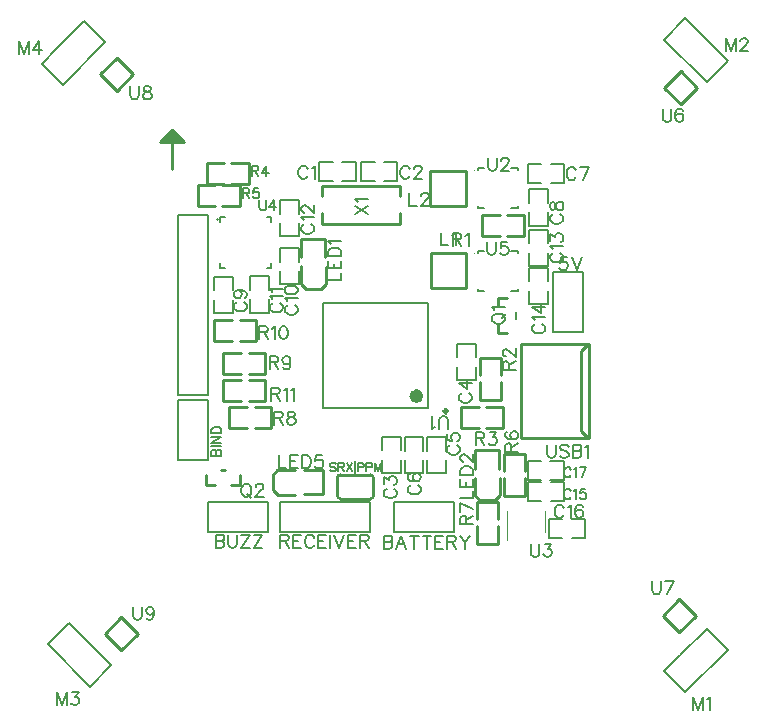
<source format=gto>
G04 ---------------------------- Layer name :TOP SILK LAYER*
G04 EasyEDA v5.5.12, Thu, 07 Jun 2018 12:22:22 GMT*
G04 1a2565b9f4c04a008b83b97b08c39867*
G04 Gerber Generator version 0.2*
G04 Scale: 100 percent, Rotated: No, Reflected: No *
G04 Dimensions in inches *
G04 leading zeros omitted , absolute positions ,2 integer and 4 decimal *
%FSLAX24Y24*%
%MOIN*%
G90*
G70D02*

%ADD10C,0.010000*%
%ADD42C,0.008000*%
%ADD43C,0.007992*%
%ADD44C,0.007874*%
%ADD45C,0.007870*%
%ADD46C,0.007900*%
%ADD47C,0.004724*%
%ADD48C,0.009842*%
%ADD49C,0.023622*%
%ADD50C,0.011811*%
%ADD51C,0.003900*%
%ADD52C,0.007000*%
%ADD53C,0.006000*%

%LPD*%
G54D10*
G01X7400Y20300D02*
G01X7400Y21600D01*
G01X7800Y21200D01*
G01X7700Y21200D01*
G01X7500Y21300D01*
G01X7400Y21500D01*
G01X7400Y21300D01*
G01X7500Y21400D01*
G01X7700Y21200D01*
G01X7000Y21200D01*
G01X7400Y21600D01*
G01X7400Y21500D01*
G01X7100Y21200D01*
G01X7200Y21200D01*
G01X7400Y21400D01*
G01X7500Y21300D01*
G01X7300Y21200D01*
G54D42*
G01X8600Y18000D02*
G01X8600Y18750D01*
G01X7600Y18750D01*
G01X7600Y12750D01*
G01X8600Y12750D01*
G54D43*
G01X8600Y12750D02*
G01X8600Y18000D01*
G54D42*
G01X11750Y9200D02*
G01X11000Y9200D01*
G01X11000Y8200D01*
G01X14000Y8200D01*
G01X14000Y9200D01*
G54D43*
G01X14000Y9200D02*
G01X11750Y9200D01*
G54D42*
G01X7600Y12600D02*
G01X8600Y12600D01*
G01X8600Y10600D01*
G01X7600Y10600D01*
G01X7600Y11350D01*
G54D43*
G01X7600Y12600D02*
G01X7600Y11350D01*
G54D42*
G01X20100Y16850D02*
G01X21100Y16850D01*
G01X21100Y14850D01*
G01X20100Y14850D01*
G01X20100Y15600D01*
G54D43*
G01X20100Y16850D02*
G01X20100Y15600D01*
G54D42*
G01X10600Y9200D02*
G01X10600Y8200D01*
G01X8600Y8200D01*
G01X8600Y9200D01*
G01X9350Y9200D01*
G54D43*
G01X10600Y9200D02*
G01X9350Y9200D01*
G54D42*
G01X16800Y9200D02*
G01X16800Y8200D01*
G01X14800Y8200D01*
G01X14800Y9200D01*
G01X15550Y9200D01*
G54D43*
G01X16800Y9200D02*
G01X15550Y9200D01*
G54D10*
G01X11800Y9450D02*
G01X12410Y9450D01*
G01X12410Y10250D01*
G01X11800Y10250D01*
G01X11489Y9440D02*
G01X10910Y9440D01*
G01X10750Y9600D01*
G01X10750Y10100D01*
G01X10900Y10250D01*
G01X11500Y10250D01*
G54D44*
G01X9003Y18538D02*
G01X9003Y18696D01*
G01X9160Y18696D01*
G01X10539Y18696D02*
G01X10696Y18696D01*
G01X10696Y18538D01*
G01X10539Y17003D02*
G01X10696Y17003D01*
G01X10696Y17161D01*
G01X9160Y17003D02*
G01X9003Y17003D01*
G01X9003Y17161D01*
G01X12423Y12323D02*
G01X12423Y15826D01*
G01X15927Y15826D01*
G01X15927Y12323D01*
G01X12423Y12323D01*
G54D10*
G01X15002Y18824D02*
G01X15002Y18470D01*
G01X12383Y18470D01*
G01X12383Y18824D01*
G01X12383Y19375D02*
G01X12383Y19729D01*
G01X15002Y19729D01*
G01X15002Y19375D01*
G54D45*
G01X12745Y20511D02*
G01X12298Y20511D01*
G01X12298Y19888D01*
G01X12745Y19888D01*
G01X13060Y19888D02*
G01X13507Y19888D01*
G01X13507Y20511D01*
G01X13060Y20511D01*
G01X14454Y19888D02*
G01X14901Y19888D01*
G01X14901Y20511D01*
G01X14454Y20511D01*
G01X14139Y20511D02*
G01X13692Y20511D01*
G01X13692Y19888D01*
G01X14139Y19888D01*
G54D10*
G01X18569Y18050D02*
G01X19130Y18050D01*
G01X18319Y18750D02*
G01X17730Y18750D01*
G01X17730Y18050D01*
G01X18319Y18050D01*
G01X19130Y18050D02*
G01X19130Y18750D01*
G01X19130Y18750D02*
G01X18569Y18750D01*
G54D45*
G01X14389Y10595D02*
G01X14389Y10148D01*
G01X15010Y10148D01*
G01X15010Y10595D01*
G01X15010Y10910D02*
G01X15010Y11357D01*
G01X14389Y11357D01*
G01X14389Y10910D01*
G01X16889Y13695D02*
G01X16889Y13248D01*
G01X17510Y13248D01*
G01X17510Y13695D01*
G01X17510Y14010D02*
G01X17510Y14457D01*
G01X16889Y14457D01*
G01X16889Y14010D01*
G54D10*
G01X19041Y14470D02*
G01X21301Y14470D01*
G01X19037Y14470D02*
G01X19037Y11321D01*
G01X19037Y11321D02*
G01X21297Y11321D01*
G01X21305Y14470D02*
G01X21305Y11321D01*
G01X21025Y14230D02*
G01X21025Y11565D01*
G01X21305Y14462D02*
G01X21257Y14462D01*
G01X21025Y14230D01*
G01X21297Y11332D02*
G01X21257Y11332D01*
G01X21025Y11565D01*
G01X18350Y13440D02*
G01X18350Y14000D01*
G01X17650Y13190D02*
G01X17650Y12600D01*
G01X18350Y12600D01*
G01X18350Y13190D01*
G01X18350Y14000D02*
G01X17650Y14000D01*
G01X17650Y14000D02*
G01X17650Y13440D01*
G01X17857Y11661D02*
G01X18418Y11661D01*
G01X17607Y12361D02*
G01X17018Y12361D01*
G01X17018Y11661D01*
G01X17607Y11661D01*
G01X18418Y11661D02*
G01X18418Y12361D01*
G01X18418Y12361D02*
G01X17857Y12361D01*
G01X12500Y17350D02*
G01X12500Y17959D01*
G01X11700Y17959D01*
G01X11700Y17350D01*
G01X12510Y17040D02*
G01X12510Y16459D01*
G01X12350Y16300D01*
G01X11850Y16300D01*
G01X11700Y16450D01*
G01X11700Y17050D01*
G54D45*
G01X16510Y10904D02*
G01X16510Y11351D01*
G01X15889Y11351D01*
G01X15889Y10904D01*
G01X15889Y10589D02*
G01X15889Y10142D01*
G01X16510Y10142D01*
G01X16510Y10589D01*
G01X15760Y10904D02*
G01X15760Y11351D01*
G01X15139Y11351D01*
G01X15139Y10904D01*
G01X15139Y10589D02*
G01X15139Y10142D01*
G01X15760Y10142D01*
G01X15760Y10589D01*
G54D46*
G01X17797Y18980D02*
G01X17581Y18980D01*
G01X17581Y19044D01*
G01X18702Y18980D02*
G01X18918Y18980D01*
G01X18918Y19044D01*
G01X18702Y20319D02*
G01X18918Y20319D01*
G01X18918Y20255D01*
G01X17581Y20255D02*
G01X17581Y20319D01*
G01X17797Y20319D01*
G54D47*
G01X19807Y8178D02*
G01X19807Y8887D01*
G01X18540Y8887D02*
G01X18540Y7922D01*
G54D10*
G01X15999Y19048D02*
G01X15999Y20229D01*
G01X17180Y20229D01*
G01X17180Y19048D01*
G01X15999Y19048D01*
G54D45*
G01X19695Y20461D02*
G01X19248Y20461D01*
G01X19248Y19838D01*
G01X19695Y19838D01*
G01X20010Y19838D02*
G01X20457Y19838D01*
G01X20457Y20461D01*
G01X20010Y20461D01*
G54D10*
G01X18300Y10300D02*
G01X18300Y10909D01*
G01X17500Y10909D01*
G01X17500Y10300D01*
G01X18310Y9990D02*
G01X18310Y9409D01*
G01X18150Y9250D01*
G01X17650Y9250D01*
G01X17500Y9400D01*
G01X17500Y10000D01*
G54D45*
G01X19289Y18845D02*
G01X19289Y18398D01*
G01X19910Y18398D01*
G01X19910Y18845D01*
G01X19910Y19160D02*
G01X19910Y19607D01*
G01X19289Y19607D01*
G01X19289Y19160D01*
G01X9410Y16254D02*
G01X9410Y16701D01*
G01X8789Y16701D01*
G01X8789Y16254D01*
G01X8789Y15939D02*
G01X8789Y15492D01*
G01X9410Y15492D01*
G01X9410Y15939D01*
G01X11610Y17204D02*
G01X11610Y17651D01*
G01X10989Y17651D01*
G01X10989Y17204D01*
G01X10989Y16889D02*
G01X10989Y16442D01*
G01X11610Y16442D01*
G01X11610Y16889D01*
G01X9989Y15945D02*
G01X9989Y15498D01*
G01X10610Y15498D01*
G01X10610Y15945D01*
G01X10610Y16260D02*
G01X10610Y16707D01*
G01X9989Y16707D01*
G01X9989Y16260D01*
G01X11610Y18804D02*
G01X11610Y19251D01*
G01X10989Y19251D01*
G01X10989Y18804D01*
G01X10989Y18489D02*
G01X10989Y18042D01*
G01X11610Y18042D01*
G01X11610Y18489D01*
G54D10*
G01X8810Y19750D02*
G01X8250Y19750D01*
G01X9060Y19050D02*
G01X9650Y19050D01*
G01X9650Y19750D01*
G01X9060Y19750D01*
G01X8250Y19750D02*
G01X8250Y19050D01*
G01X8250Y19050D02*
G01X8810Y19050D01*
G54D46*
G01X17797Y16230D02*
G01X17581Y16230D01*
G01X17581Y16294D01*
G01X18702Y16230D02*
G01X18918Y16230D01*
G01X18918Y16294D01*
G01X18702Y17569D02*
G01X18918Y17569D01*
G01X18918Y17505D01*
G01X17581Y17505D02*
G01X17581Y17569D01*
G01X17797Y17569D01*
G54D45*
G01X19289Y17495D02*
G01X19289Y17048D01*
G01X19910Y17048D01*
G01X19910Y17495D01*
G01X19910Y17810D02*
G01X19910Y18257D01*
G01X19289Y18257D01*
G01X19289Y17810D01*
G01X19921Y16544D02*
G01X19921Y16991D01*
G01X19298Y16991D01*
G01X19298Y16544D01*
G01X19298Y16229D02*
G01X19298Y15782D01*
G01X19921Y15782D01*
G01X19921Y16229D01*
G54D10*
G01X16019Y16318D02*
G01X16019Y17499D01*
G01X17200Y17499D01*
G01X17200Y16318D01*
G01X16019Y16318D01*
G01X19150Y10240D02*
G01X19150Y10800D01*
G01X18450Y9990D02*
G01X18450Y9400D01*
G01X19150Y9400D01*
G01X19150Y9990D01*
G01X19150Y10800D02*
G01X18450Y10800D01*
G01X18450Y10800D02*
G01X18450Y10240D01*
G54D45*
G01X19695Y9861D02*
G01X19248Y9861D01*
G01X19248Y9238D01*
G01X19695Y9238D01*
G01X20010Y9238D02*
G01X20457Y9238D01*
G01X20457Y9861D01*
G01X20010Y9861D01*
G54D10*
G01X18250Y8640D02*
G01X18250Y9200D01*
G01X17550Y8390D02*
G01X17550Y7800D01*
G01X18250Y7800D01*
G01X18250Y8390D01*
G01X18250Y9200D02*
G01X17550Y9200D01*
G01X17550Y9200D02*
G01X17550Y8640D01*
G54D45*
G01X20395Y8611D02*
G01X19948Y8611D01*
G01X19948Y7988D01*
G01X20395Y7988D01*
G01X20710Y7988D02*
G01X21157Y7988D01*
G01X21157Y8611D01*
G01X20710Y8611D01*
G01X20004Y9938D02*
G01X20451Y9938D01*
G01X20451Y10561D01*
G01X20004Y10561D01*
G01X19689Y10561D02*
G01X19242Y10561D01*
G01X19242Y9938D01*
G01X19689Y9938D01*
G54D10*
G01X23798Y23000D02*
G01X24350Y23551D01*
G01X24901Y23000D01*
G01X24350Y22448D01*
G01X23798Y23000D01*
G01X24299Y5952D02*
G01X24851Y5400D01*
G01X24299Y4848D01*
G01X23748Y5400D01*
G01X24299Y5952D01*
G01X5550Y22898D02*
G01X4998Y23449D01*
G01X5550Y24001D01*
G01X6101Y23449D01*
G01X5550Y22898D01*
G01X6251Y4799D02*
G01X5700Y4248D01*
G01X5148Y4799D01*
G01X5700Y5351D01*
G01X6251Y4799D01*
G01X10139Y11650D02*
G01X10700Y11650D01*
G01X9889Y12350D02*
G01X9300Y12350D01*
G01X9300Y11650D01*
G01X9889Y11650D01*
G01X10700Y11650D02*
G01X10700Y12350D01*
G01X10700Y12350D02*
G01X10139Y12350D01*
G01X9939Y13450D02*
G01X10500Y13450D01*
G01X9689Y14150D02*
G01X9100Y14150D01*
G01X9100Y13450D01*
G01X9689Y13450D01*
G01X10500Y13450D02*
G01X10500Y14150D01*
G01X10500Y14150D02*
G01X9939Y14150D01*
G01X9639Y14550D02*
G01X10200Y14550D01*
G01X9389Y15250D02*
G01X8800Y15250D01*
G01X8800Y14550D01*
G01X9389Y14550D01*
G01X10200Y14550D02*
G01X10200Y15250D01*
G01X10200Y15250D02*
G01X9639Y15250D01*
G01X9939Y12550D02*
G01X10500Y12550D01*
G01X9689Y13250D02*
G01X9100Y13250D01*
G01X9100Y12550D01*
G01X9689Y12550D01*
G01X10500Y12550D02*
G01X10500Y13250D01*
G01X10500Y13250D02*
G01X9939Y13250D01*
G54D42*
G01X25207Y4963D02*
G01X25914Y4257D01*
G01X24500Y2842D01*
G01X23793Y3549D01*
G01X24323Y4080D01*
G54D43*
G01X25207Y4963D02*
G01X24323Y4080D01*
G54D42*
G01X25914Y23893D02*
G01X25207Y23186D01*
G01X23792Y24600D01*
G01X24500Y25307D01*
G01X25030Y24777D01*
G54D43*
G01X25914Y23893D02*
G01X25030Y24777D01*
G54D42*
G01X5364Y3742D02*
G01X4657Y3035D01*
G01X3243Y4449D01*
G01X3950Y5156D01*
G01X4480Y4626D01*
G54D43*
G01X5364Y3742D02*
G01X4480Y4626D01*
G54D42*
G01X4456Y25214D02*
G01X5163Y24507D01*
G01X3749Y23093D01*
G01X3042Y23800D01*
G01X3572Y24330D01*
G54D43*
G01X4456Y25214D02*
G01X3572Y24330D01*
G54D10*
G01X18244Y15715D02*
G01X18244Y15974D01*
G01X18244Y15715D01*
G01X18244Y15974D01*
G01X18564Y15974D01*
G01X18564Y14825D02*
G01X18244Y14825D01*
G01X18244Y15084D01*
G54D44*
G01X18854Y15281D02*
G01X18854Y15518D01*
G54D10*
G01X9169Y10250D02*
G01X9030Y10250D01*
G01X8530Y10100D02*
G01X8530Y9750D01*
G01X8830Y9750D01*
G01X9369Y9750D02*
G01X9669Y9750D01*
G01X9669Y10100D01*
G01X13000Y10100D02*
G01X14000Y10100D01*
G01X12900Y10000D02*
G01X12900Y9400D01*
G01X14100Y10000D02*
G01X14100Y9400D01*
G01X14000Y9300D02*
G01X13000Y9300D01*
G01X9110Y20500D02*
G01X8550Y20500D01*
G01X9360Y19800D02*
G01X9950Y19800D01*
G01X9950Y20500D01*
G01X9360Y20500D01*
G01X8550Y20500D02*
G01X8550Y19800D01*
G01X8550Y19800D02*
G01X9110Y19800D01*
G54D52*
G01X10999Y8099D02*
G01X10999Y7670D01*
G01X10999Y8099D02*
G01X11183Y8099D01*
G01X11244Y8079D01*
G01X11265Y8059D01*
G01X11285Y8018D01*
G01X11285Y7977D01*
G01X11265Y7936D01*
G01X11244Y7915D01*
G01X11183Y7895D01*
G01X10999Y7895D01*
G01X11142Y7895D02*
G01X11285Y7670D01*
G01X11420Y8099D02*
G01X11420Y7670D01*
G01X11420Y8099D02*
G01X11686Y8099D01*
G01X11420Y7895D02*
G01X11584Y7895D01*
G01X11420Y7670D02*
G01X11686Y7670D01*
G01X12128Y7997D02*
G01X12108Y8038D01*
G01X12067Y8079D01*
G01X12026Y8099D01*
G01X11944Y8099D01*
G01X11903Y8079D01*
G01X11862Y8038D01*
G01X11842Y7997D01*
G01X11821Y7936D01*
G01X11821Y7834D01*
G01X11842Y7772D01*
G01X11862Y7731D01*
G01X11903Y7690D01*
G01X11944Y7670D01*
G01X12026Y7670D01*
G01X12067Y7690D01*
G01X12108Y7731D01*
G01X12128Y7772D01*
G01X12263Y8099D02*
G01X12263Y7670D01*
G01X12263Y8099D02*
G01X12529Y8099D01*
G01X12263Y7895D02*
G01X12427Y7895D01*
G01X12263Y7670D02*
G01X12529Y7670D01*
G01X12664Y8099D02*
G01X12664Y7670D01*
G01X12799Y8099D02*
G01X12963Y7670D01*
G01X13126Y8099D02*
G01X12963Y7670D01*
G01X13261Y8099D02*
G01X13261Y7670D01*
G01X13261Y8099D02*
G01X13527Y8099D01*
G01X13261Y7895D02*
G01X13425Y7895D01*
G01X13261Y7670D02*
G01X13527Y7670D01*
G01X13662Y8099D02*
G01X13662Y7670D01*
G01X13662Y8099D02*
G01X13846Y8099D01*
G01X13908Y8079D01*
G01X13928Y8059D01*
G01X13949Y8018D01*
G01X13949Y7977D01*
G01X13928Y7936D01*
G01X13908Y7915D01*
G01X13846Y7895D01*
G01X13662Y7895D01*
G01X13805Y7895D02*
G01X13949Y7670D01*
G01X8700Y10717D02*
G01X9034Y10717D01*
G01X8700Y10717D02*
G01X8700Y10860D01*
G01X8716Y10908D01*
G01X8732Y10924D01*
G01X8764Y10940D01*
G01X8796Y10940D01*
G01X8827Y10924D01*
G01X8843Y10908D01*
G01X8859Y10860D01*
G01X8859Y10717D02*
G01X8859Y10860D01*
G01X8875Y10908D01*
G01X8891Y10924D01*
G01X8923Y10940D01*
G01X8971Y10940D01*
G01X9002Y10924D01*
G01X9018Y10908D01*
G01X9034Y10860D01*
G01X9034Y10717D01*
G01X8700Y11045D02*
G01X9034Y11045D01*
G01X8700Y11150D02*
G01X9034Y11150D01*
G01X8700Y11150D02*
G01X9034Y11372D01*
G01X8700Y11372D02*
G01X9034Y11372D01*
G01X8700Y11477D02*
G01X9034Y11477D01*
G01X8700Y11477D02*
G01X8700Y11589D01*
G01X8716Y11637D01*
G01X8748Y11668D01*
G01X8780Y11684D01*
G01X8827Y11700D01*
G01X8907Y11700D01*
G01X8955Y11684D01*
G01X8986Y11668D01*
G01X9018Y11637D01*
G01X9034Y11589D01*
G01X9034Y11477D01*
G01X20545Y17349D02*
G01X20341Y17349D01*
G01X20320Y17165D01*
G01X20341Y17186D01*
G01X20402Y17206D01*
G01X20464Y17206D01*
G01X20525Y17186D01*
G01X20566Y17145D01*
G01X20586Y17084D01*
G01X20586Y17043D01*
G01X20566Y16981D01*
G01X20525Y16940D01*
G01X20464Y16920D01*
G01X20402Y16920D01*
G01X20341Y16940D01*
G01X20320Y16961D01*
G01X20300Y17002D01*
G01X20721Y17349D02*
G01X20885Y16920D01*
G01X21049Y17349D02*
G01X20885Y16920D01*
G01X8844Y8094D02*
G01X8844Y7665D01*
G01X8844Y8094D02*
G01X9028Y8094D01*
G01X9089Y8075D01*
G01X9110Y8055D01*
G01X9130Y8013D01*
G01X9130Y7973D01*
G01X9110Y7932D01*
G01X9089Y7911D01*
G01X9028Y7890D01*
G01X8844Y7890D02*
G01X9028Y7890D01*
G01X9089Y7869D01*
G01X9110Y7850D01*
G01X9130Y7809D01*
G01X9130Y7748D01*
G01X9110Y7707D01*
G01X9089Y7686D01*
G01X9028Y7665D01*
G01X8844Y7665D01*
G01X9265Y8094D02*
G01X9265Y7788D01*
G01X9286Y7726D01*
G01X9327Y7686D01*
G01X9388Y7665D01*
G01X9429Y7665D01*
G01X9490Y7686D01*
G01X9531Y7726D01*
G01X9552Y7788D01*
G01X9552Y8094D01*
G01X9973Y8094D02*
G01X9687Y7665D01*
G01X9687Y8094D02*
G01X9973Y8094D01*
G01X9687Y7665D02*
G01X9973Y7665D01*
G01X10394Y8094D02*
G01X10108Y7665D01*
G01X10108Y8094D02*
G01X10394Y8094D01*
G01X10108Y7665D02*
G01X10394Y7665D01*
G01X14444Y8068D02*
G01X14444Y7639D01*
G01X14444Y8068D02*
G01X14628Y8068D01*
G01X14689Y8048D01*
G01X14710Y8028D01*
G01X14731Y7987D01*
G01X14731Y7946D01*
G01X14710Y7905D01*
G01X14689Y7884D01*
G01X14628Y7864D01*
G01X14444Y7864D02*
G01X14628Y7864D01*
G01X14689Y7843D01*
G01X14710Y7823D01*
G01X14731Y7782D01*
G01X14731Y7721D01*
G01X14710Y7680D01*
G01X14689Y7659D01*
G01X14628Y7639D01*
G01X14444Y7639D01*
G01X15030Y8068D02*
G01X14865Y7639D01*
G01X15030Y8068D02*
G01X15193Y7639D01*
G01X14927Y7782D02*
G01X15131Y7782D01*
G01X15472Y8068D02*
G01X15472Y7639D01*
G01X15328Y8068D02*
G01X15614Y8068D01*
G01X15893Y8068D02*
G01X15893Y7639D01*
G01X15750Y8068D02*
G01X16035Y8068D01*
G01X16171Y8068D02*
G01X16171Y7639D01*
G01X16171Y8068D02*
G01X16436Y8068D01*
G01X16171Y7864D02*
G01X16335Y7864D01*
G01X16171Y7639D02*
G01X16436Y7639D01*
G01X16572Y8068D02*
G01X16572Y7639D01*
G01X16572Y8068D02*
G01X16756Y8068D01*
G01X16818Y8048D01*
G01X16838Y8028D01*
G01X16859Y7987D01*
G01X16859Y7946D01*
G01X16838Y7905D01*
G01X16818Y7884D01*
G01X16756Y7864D01*
G01X16572Y7864D01*
G01X16714Y7864D02*
G01X16859Y7639D01*
G01X16993Y8068D02*
G01X17156Y7864D01*
G01X17156Y7639D01*
G01X17321Y8068D02*
G01X17156Y7864D01*
G01X10949Y10749D02*
G01X10949Y10320D01*
G01X10949Y10320D02*
G01X11194Y10320D01*
G01X11329Y10749D02*
G01X11329Y10320D01*
G01X11329Y10749D02*
G01X11595Y10749D01*
G01X11329Y10545D02*
G01X11493Y10545D01*
G01X11329Y10320D02*
G01X11595Y10320D01*
G01X11730Y10749D02*
G01X11730Y10320D01*
G01X11730Y10749D02*
G01X11874Y10749D01*
G01X11935Y10729D01*
G01X11976Y10688D01*
G01X11996Y10647D01*
G01X12017Y10586D01*
G01X12017Y10484D01*
G01X11996Y10422D01*
G01X11976Y10381D01*
G01X11935Y10340D01*
G01X11874Y10320D01*
G01X11730Y10320D01*
G01X12397Y10749D02*
G01X12193Y10749D01*
G01X12172Y10565D01*
G01X12193Y10586D01*
G01X12254Y10606D01*
G01X12315Y10606D01*
G01X12377Y10586D01*
G01X12418Y10545D01*
G01X12438Y10484D01*
G01X12438Y10443D01*
G01X12418Y10381D01*
G01X12377Y10340D01*
G01X12315Y10320D01*
G01X12254Y10320D01*
G01X12193Y10340D01*
G01X12172Y10361D01*
G01X12152Y10402D01*
G01X10299Y19250D02*
G01X10299Y19011D01*
G01X10315Y18963D01*
G01X10347Y18932D01*
G01X10394Y18915D01*
G01X10426Y18915D01*
G01X10474Y18932D01*
G01X10506Y18963D01*
G01X10522Y19011D01*
G01X10522Y19250D01*
G01X10786Y19250D02*
G01X10627Y19027D01*
G01X10865Y19027D01*
G01X10786Y19250D02*
G01X10786Y18915D01*
G01X16573Y11620D02*
G01X16573Y11927D01*
G01X16553Y11988D01*
G01X16513Y12029D01*
G01X16451Y12050D01*
G01X16410Y12050D01*
G01X16348Y12029D01*
G01X16307Y11988D01*
G01X16288Y11927D01*
G01X16288Y11620D01*
G01X16152Y11702D02*
G01X16111Y11682D01*
G01X16050Y11620D01*
G01X16050Y12050D01*
G01X13500Y18776D02*
G01X13929Y19061D01*
G01X13500Y19061D02*
G01X13929Y18776D01*
G01X13581Y19196D02*
G01X13561Y19238D01*
G01X13500Y19300D01*
G01X13929Y19300D01*
G01X11907Y20297D02*
G01X11886Y20338D01*
G01X11845Y20379D01*
G01X11805Y20399D01*
G01X11723Y20399D01*
G01X11682Y20379D01*
G01X11641Y20338D01*
G01X11620Y20297D01*
G01X11600Y20236D01*
G01X11600Y20134D01*
G01X11620Y20072D01*
G01X11641Y20031D01*
G01X11682Y19990D01*
G01X11723Y19970D01*
G01X11805Y19970D01*
G01X11845Y19990D01*
G01X11886Y20031D01*
G01X11907Y20072D01*
G01X12042Y20318D02*
G01X12083Y20338D01*
G01X12144Y20399D01*
G01X12144Y19970D01*
G01X15306Y20297D02*
G01X15285Y20338D01*
G01X15244Y20379D01*
G01X15204Y20399D01*
G01X15122Y20399D01*
G01X15081Y20379D01*
G01X15040Y20338D01*
G01X15019Y20297D01*
G01X14999Y20236D01*
G01X14999Y20134D01*
G01X15019Y20072D01*
G01X15040Y20031D01*
G01X15081Y19990D01*
G01X15122Y19970D01*
G01X15204Y19970D01*
G01X15244Y19990D01*
G01X15285Y20031D01*
G01X15306Y20072D01*
G01X15461Y20297D02*
G01X15461Y20318D01*
G01X15482Y20359D01*
G01X15502Y20379D01*
G01X15543Y20399D01*
G01X15625Y20399D01*
G01X15666Y20379D01*
G01X15686Y20359D01*
G01X15707Y20318D01*
G01X15707Y20277D01*
G01X15686Y20236D01*
G01X15645Y20174D01*
G01X15441Y19970D01*
G01X15727Y19970D01*
G01X16750Y18150D02*
G01X16750Y17721D01*
G01X16750Y18150D02*
G01X16934Y18150D01*
G01X16995Y18130D01*
G01X17016Y18109D01*
G01X17036Y18069D01*
G01X17036Y18028D01*
G01X17016Y17986D01*
G01X16995Y17965D01*
G01X16934Y17946D01*
G01X16750Y17946D01*
G01X16893Y17946D02*
G01X17036Y17721D01*
G01X17171Y18069D02*
G01X17212Y18088D01*
G01X17274Y18150D01*
G01X17274Y17721D01*
G01X14552Y9628D02*
G01X14510Y9607D01*
G01X14469Y9567D01*
G01X14450Y9526D01*
G01X14450Y9444D01*
G01X14469Y9403D01*
G01X14510Y9363D01*
G01X14552Y9342D01*
G01X14613Y9321D01*
G01X14714Y9321D01*
G01X14777Y9342D01*
G01X14818Y9363D01*
G01X14859Y9403D01*
G01X14878Y9444D01*
G01X14878Y9526D01*
G01X14859Y9567D01*
G01X14818Y9607D01*
G01X14777Y9628D01*
G01X14450Y9805D02*
G01X14450Y10030D01*
G01X14613Y9907D01*
G01X14613Y9967D01*
G01X14634Y10009D01*
G01X14653Y10030D01*
G01X14714Y10050D01*
G01X14756Y10050D01*
G01X14818Y10030D01*
G01X14859Y9988D01*
G01X14878Y9926D01*
G01X14878Y9865D01*
G01X14859Y9805D01*
G01X14838Y9784D01*
G01X14797Y9763D01*
G01X17051Y12807D02*
G01X17010Y12786D01*
G01X16969Y12746D01*
G01X16949Y12705D01*
G01X16949Y12623D01*
G01X16969Y12582D01*
G01X17010Y12542D01*
G01X17051Y12521D01*
G01X17112Y12501D01*
G01X17214Y12501D01*
G01X17276Y12521D01*
G01X17317Y12542D01*
G01X17358Y12582D01*
G01X17378Y12623D01*
G01X17378Y12705D01*
G01X17358Y12746D01*
G01X17317Y12786D01*
G01X17276Y12807D01*
G01X16949Y13146D02*
G01X17235Y12942D01*
G01X17235Y13250D01*
G01X16949Y13146D02*
G01X17378Y13146D01*
G01X19900Y11100D02*
G01X19900Y10793D01*
G01X19920Y10732D01*
G01X19961Y10691D01*
G01X20022Y10671D01*
G01X20063Y10671D01*
G01X20125Y10691D01*
G01X20166Y10732D01*
G01X20186Y10793D01*
G01X20186Y11100D01*
G01X20607Y11039D02*
G01X20567Y11080D01*
G01X20505Y11100D01*
G01X20423Y11100D01*
G01X20362Y11080D01*
G01X20321Y11039D01*
G01X20321Y10998D01*
G01X20342Y10957D01*
G01X20362Y10937D01*
G01X20403Y10916D01*
G01X20526Y10875D01*
G01X20567Y10855D01*
G01X20587Y10834D01*
G01X20607Y10793D01*
G01X20607Y10732D01*
G01X20567Y10691D01*
G01X20505Y10671D01*
G01X20423Y10671D01*
G01X20362Y10691D01*
G01X20321Y10732D01*
G01X20742Y11100D02*
G01X20742Y10671D01*
G01X20742Y11100D02*
G01X20927Y11100D01*
G01X20988Y11080D01*
G01X21008Y11059D01*
G01X21029Y11018D01*
G01X21029Y10978D01*
G01X21008Y10937D01*
G01X20988Y10916D01*
G01X20927Y10896D01*
G01X20742Y10896D02*
G01X20927Y10896D01*
G01X20988Y10875D01*
G01X21008Y10855D01*
G01X21029Y10814D01*
G01X21029Y10753D01*
G01X21008Y10712D01*
G01X20988Y10691D01*
G01X20927Y10671D01*
G01X20742Y10671D01*
G01X21164Y11018D02*
G01X21205Y11039D01*
G01X21266Y11100D01*
G01X21266Y10671D01*
G01X18410Y13600D02*
G01X18839Y13600D01*
G01X18410Y13600D02*
G01X18410Y13784D01*
G01X18430Y13844D01*
G01X18450Y13865D01*
G01X18490Y13886D01*
G01X18531Y13886D01*
G01X18572Y13865D01*
G01X18593Y13844D01*
G01X18614Y13784D01*
G01X18614Y13600D01*
G01X18614Y13742D02*
G01X18839Y13886D01*
G01X18511Y14042D02*
G01X18490Y14042D01*
G01X18450Y14061D01*
G01X18430Y14082D01*
G01X18410Y14123D01*
G01X18410Y14205D01*
G01X18430Y14246D01*
G01X18450Y14267D01*
G01X18490Y14286D01*
G01X18531Y14286D01*
G01X18572Y14267D01*
G01X18635Y14226D01*
G01X18839Y14021D01*
G01X18839Y14307D01*
G01X17518Y11511D02*
G01X17518Y11082D01*
G01X17518Y11511D02*
G01X17702Y11511D01*
G01X17763Y11492D01*
G01X17784Y11471D01*
G01X17803Y11430D01*
G01X17803Y11390D01*
G01X17784Y11348D01*
G01X17763Y11328D01*
G01X17702Y11307D01*
G01X17518Y11307D01*
G01X17660Y11307D02*
G01X17803Y11082D01*
G01X17980Y11511D02*
G01X18205Y11511D01*
G01X18082Y11348D01*
G01X18143Y11348D01*
G01X18185Y11328D01*
G01X18205Y11307D01*
G01X18226Y11246D01*
G01X18226Y11205D01*
G01X18205Y11144D01*
G01X18164Y11103D01*
G01X18102Y11082D01*
G01X18042Y11082D01*
G01X17980Y11103D01*
G01X17960Y11123D01*
G01X17939Y11165D01*
G01X12600Y16594D02*
G01X13028Y16594D01*
G01X13028Y16594D02*
G01X13028Y16840D01*
G01X12600Y16975D02*
G01X13028Y16975D01*
G01X12600Y16975D02*
G01X12600Y17240D01*
G01X12803Y16975D02*
G01X12803Y17138D01*
G01X13028Y16975D02*
G01X13028Y17240D01*
G01X12600Y17376D02*
G01X13028Y17376D01*
G01X12600Y17376D02*
G01X12600Y17519D01*
G01X12619Y17580D01*
G01X12660Y17621D01*
G01X12702Y17642D01*
G01X12763Y17663D01*
G01X12864Y17663D01*
G01X12927Y17642D01*
G01X12968Y17621D01*
G01X13009Y17580D01*
G01X13028Y17519D01*
G01X13028Y17376D01*
G01X12681Y17798D02*
G01X12660Y17838D01*
G01X12600Y17900D01*
G01X13028Y17900D01*
G01X16652Y11078D02*
G01X16611Y11057D01*
G01X16570Y11017D01*
G01X16550Y10976D01*
G01X16550Y10894D01*
G01X16570Y10853D01*
G01X16611Y10813D01*
G01X16652Y10792D01*
G01X16713Y10771D01*
G01X16815Y10771D01*
G01X16877Y10792D01*
G01X16918Y10813D01*
G01X16959Y10853D01*
G01X16979Y10894D01*
G01X16979Y10976D01*
G01X16959Y11017D01*
G01X16918Y11057D01*
G01X16877Y11078D01*
G01X16550Y11459D02*
G01X16550Y11255D01*
G01X16734Y11234D01*
G01X16713Y11255D01*
G01X16693Y11315D01*
G01X16693Y11376D01*
G01X16713Y11438D01*
G01X16754Y11480D01*
G01X16815Y11500D01*
G01X16856Y11500D01*
G01X16918Y11480D01*
G01X16959Y11438D01*
G01X16979Y11376D01*
G01X16979Y11315D01*
G01X16959Y11255D01*
G01X16938Y11234D01*
G01X16897Y11213D01*
G01X15352Y9748D02*
G01X15311Y9728D01*
G01X15270Y9686D01*
G01X15250Y9646D01*
G01X15250Y9565D01*
G01X15270Y9523D01*
G01X15311Y9482D01*
G01X15352Y9461D01*
G01X15413Y9442D01*
G01X15515Y9442D01*
G01X15577Y9461D01*
G01X15618Y9482D01*
G01X15659Y9523D01*
G01X15679Y9565D01*
G01X15679Y9646D01*
G01X15659Y9686D01*
G01X15618Y9728D01*
G01X15577Y9748D01*
G01X15311Y10128D02*
G01X15270Y10109D01*
G01X15250Y10046D01*
G01X15250Y10007D01*
G01X15270Y9944D01*
G01X15331Y9903D01*
G01X15434Y9884D01*
G01X15536Y9884D01*
G01X15618Y9903D01*
G01X15659Y9944D01*
G01X15679Y10007D01*
G01X15679Y10026D01*
G01X15659Y10088D01*
G01X15618Y10128D01*
G01X15556Y10150D01*
G01X15536Y10150D01*
G01X15475Y10128D01*
G01X15434Y10088D01*
G01X15413Y10026D01*
G01X15413Y10007D01*
G01X15434Y9944D01*
G01X15475Y9903D01*
G01X15536Y9884D01*
G01X17922Y20663D02*
G01X17922Y20357D01*
G01X17943Y20296D01*
G01X17984Y20255D01*
G01X18044Y20234D01*
G01X18085Y20234D01*
G01X18147Y20255D01*
G01X18189Y20296D01*
G01X18209Y20357D01*
G01X18209Y20663D01*
G01X18364Y20561D02*
G01X18364Y20582D01*
G01X18385Y20623D01*
G01X18405Y20644D01*
G01X18446Y20663D01*
G01X18527Y20663D01*
G01X18568Y20644D01*
G01X18589Y20623D01*
G01X18610Y20582D01*
G01X18610Y20542D01*
G01X18589Y20501D01*
G01X18548Y20438D01*
G01X18343Y20234D01*
G01X18630Y20234D01*
G01X19349Y7800D02*
G01X19349Y7493D01*
G01X19370Y7432D01*
G01X19410Y7391D01*
G01X19472Y7371D01*
G01X19513Y7371D01*
G01X19574Y7391D01*
G01X19615Y7432D01*
G01X19635Y7493D01*
G01X19635Y7800D01*
G01X19811Y7800D02*
G01X20036Y7800D01*
G01X19914Y7636D01*
G01X19975Y7636D01*
G01X20016Y7616D01*
G01X20036Y7596D01*
G01X20057Y7534D01*
G01X20057Y7493D01*
G01X20036Y7432D01*
G01X19995Y7391D01*
G01X19934Y7371D01*
G01X19873Y7371D01*
G01X19811Y7391D01*
G01X19791Y7411D01*
G01X19770Y7452D01*
G01X15300Y19499D02*
G01X15300Y19069D01*
G01X15300Y19069D02*
G01X15546Y19069D01*
G01X15701Y19397D02*
G01X15701Y19417D01*
G01X15721Y19458D01*
G01X15742Y19478D01*
G01X15782Y19499D01*
G01X15864Y19499D01*
G01X15906Y19478D01*
G01X15926Y19458D01*
G01X15946Y19417D01*
G01X15946Y19376D01*
G01X15926Y19335D01*
G01X15885Y19274D01*
G01X15681Y19069D01*
G01X15967Y19069D01*
G01X20856Y20248D02*
G01X20835Y20288D01*
G01X20794Y20330D01*
G01X20754Y20350D01*
G01X20672Y20350D01*
G01X20631Y20330D01*
G01X20590Y20288D01*
G01X20569Y20248D01*
G01X20549Y20186D01*
G01X20549Y20084D01*
G01X20569Y20023D01*
G01X20590Y19982D01*
G01X20631Y19940D01*
G01X20672Y19921D01*
G01X20754Y19921D01*
G01X20794Y19940D01*
G01X20835Y19982D01*
G01X20856Y20023D01*
G01X21277Y20350D02*
G01X21073Y19921D01*
G01X20991Y20350D02*
G01X21277Y20350D01*
G01X17000Y9311D02*
G01X17429Y9311D01*
G01X17429Y9311D02*
G01X17429Y9555D01*
G01X17000Y9690D02*
G01X17429Y9690D01*
G01X17000Y9690D02*
G01X17000Y9957D01*
G01X17204Y9690D02*
G01X17204Y9855D01*
G01X17429Y9690D02*
G01X17429Y9957D01*
G01X17000Y10092D02*
G01X17429Y10092D01*
G01X17000Y10092D02*
G01X17000Y10236D01*
G01X17020Y10296D01*
G01X17061Y10338D01*
G01X17102Y10357D01*
G01X17163Y10378D01*
G01X17265Y10378D01*
G01X17327Y10357D01*
G01X17368Y10338D01*
G01X17409Y10296D01*
G01X17429Y10236D01*
G01X17429Y10092D01*
G01X17102Y10534D02*
G01X17081Y10534D01*
G01X17040Y10555D01*
G01X17020Y10575D01*
G01X17000Y10615D01*
G01X17000Y10698D01*
G01X17020Y10738D01*
G01X17040Y10759D01*
G01X17081Y10780D01*
G01X17122Y10780D01*
G01X17163Y10759D01*
G01X17225Y10717D01*
G01X17429Y10513D01*
G01X17429Y10800D01*
G01X20101Y18778D02*
G01X20060Y18757D01*
G01X20019Y18716D01*
G01X19999Y18676D01*
G01X19999Y18594D01*
G01X20019Y18553D01*
G01X20060Y18512D01*
G01X20101Y18491D01*
G01X20162Y18471D01*
G01X20264Y18471D01*
G01X20326Y18491D01*
G01X20367Y18512D01*
G01X20408Y18553D01*
G01X20428Y18594D01*
G01X20428Y18676D01*
G01X20408Y18716D01*
G01X20367Y18757D01*
G01X20326Y18778D01*
G01X19999Y19015D02*
G01X20019Y18954D01*
G01X20060Y18933D01*
G01X20101Y18933D01*
G01X20142Y18954D01*
G01X20162Y18995D01*
G01X20183Y19076D01*
G01X20203Y19138D01*
G01X20244Y19179D01*
G01X20285Y19199D01*
G01X20346Y19199D01*
G01X20387Y19179D01*
G01X20408Y19158D01*
G01X20428Y19097D01*
G01X20428Y19015D01*
G01X20408Y18954D01*
G01X20387Y18933D01*
G01X20346Y18913D01*
G01X20285Y18913D01*
G01X20244Y18933D01*
G01X20203Y18974D01*
G01X20183Y19036D01*
G01X20162Y19117D01*
G01X20142Y19158D01*
G01X20101Y19179D01*
G01X20060Y19179D01*
G01X20019Y19158D01*
G01X19999Y19097D01*
G01X19999Y19015D01*
G01X9552Y15849D02*
G01X9511Y15828D01*
G01X9470Y15787D01*
G01X9450Y15747D01*
G01X9450Y15665D01*
G01X9470Y15624D01*
G01X9511Y15583D01*
G01X9552Y15562D01*
G01X9613Y15542D01*
G01X9715Y15542D01*
G01X9777Y15562D01*
G01X9818Y15583D01*
G01X9859Y15624D01*
G01X9879Y15665D01*
G01X9879Y15747D01*
G01X9859Y15787D01*
G01X9818Y15828D01*
G01X9777Y15849D01*
G01X9593Y16250D02*
G01X9654Y16229D01*
G01X9695Y16188D01*
G01X9715Y16127D01*
G01X9715Y16107D01*
G01X9695Y16045D01*
G01X9654Y16004D01*
G01X9593Y15984D01*
G01X9572Y15984D01*
G01X9511Y16004D01*
G01X9470Y16045D01*
G01X9450Y16107D01*
G01X9450Y16127D01*
G01X9470Y16188D01*
G01X9511Y16229D01*
G01X9593Y16250D01*
G01X9695Y16250D01*
G01X9797Y16229D01*
G01X9859Y16188D01*
G01X9879Y16127D01*
G01X9879Y16086D01*
G01X9859Y16025D01*
G01X9818Y16004D01*
G01X11251Y15742D02*
G01X11210Y15721D01*
G01X11169Y15680D01*
G01X11149Y15640D01*
G01X11149Y15557D01*
G01X11169Y15517D01*
G01X11210Y15476D01*
G01X11251Y15455D01*
G01X11312Y15434D01*
G01X11414Y15434D01*
G01X11476Y15455D01*
G01X11517Y15476D01*
G01X11558Y15517D01*
G01X11578Y15557D01*
G01X11578Y15640D01*
G01X11558Y15680D01*
G01X11517Y15721D01*
G01X11476Y15742D01*
G01X11230Y15876D02*
G01X11210Y15917D01*
G01X11149Y15978D01*
G01X11578Y15978D01*
G01X11149Y16236D02*
G01X11169Y16175D01*
G01X11230Y16134D01*
G01X11333Y16113D01*
G01X11394Y16113D01*
G01X11496Y16134D01*
G01X11558Y16175D01*
G01X11578Y16236D01*
G01X11578Y16278D01*
G01X11558Y16338D01*
G01X11496Y16380D01*
G01X11394Y16400D01*
G01X11333Y16400D01*
G01X11230Y16380D01*
G01X11169Y16338D01*
G01X11149Y16278D01*
G01X11149Y16236D01*
G01X10752Y15826D02*
G01X10711Y15805D01*
G01X10670Y15763D01*
G01X10650Y15723D01*
G01X10650Y15642D01*
G01X10670Y15601D01*
G01X10711Y15559D01*
G01X10752Y15538D01*
G01X10813Y15519D01*
G01X10915Y15519D01*
G01X10977Y15538D01*
G01X11018Y15559D01*
G01X11059Y15601D01*
G01X11079Y15642D01*
G01X11079Y15723D01*
G01X11059Y15763D01*
G01X11018Y15805D01*
G01X10977Y15826D01*
G01X10731Y15961D02*
G01X10711Y16001D01*
G01X10650Y16063D01*
G01X11079Y16063D01*
G01X10731Y16198D02*
G01X10711Y16238D01*
G01X10650Y16300D01*
G01X11079Y16300D01*
G01X11802Y18442D02*
G01X11760Y18421D01*
G01X11719Y18380D01*
G01X11700Y18340D01*
G01X11700Y18258D01*
G01X11719Y18217D01*
G01X11760Y18176D01*
G01X11802Y18155D01*
G01X11863Y18135D01*
G01X11964Y18135D01*
G01X12027Y18155D01*
G01X12068Y18176D01*
G01X12109Y18217D01*
G01X12128Y18258D01*
G01X12128Y18340D01*
G01X12109Y18380D01*
G01X12068Y18421D01*
G01X12027Y18442D01*
G01X11781Y18577D02*
G01X11760Y18618D01*
G01X11700Y18679D01*
G01X12128Y18679D01*
G01X11802Y18835D02*
G01X11781Y18835D01*
G01X11739Y18855D01*
G01X11719Y18875D01*
G01X11700Y18916D01*
G01X11700Y18998D01*
G01X11719Y19039D01*
G01X11739Y19060D01*
G01X11781Y19080D01*
G01X11822Y19080D01*
G01X11863Y19060D01*
G01X11925Y19019D01*
G01X12128Y18814D01*
G01X12128Y19100D01*
G01X9750Y19646D02*
G01X9750Y19311D01*
G01X9750Y19646D02*
G01X9893Y19646D01*
G01X9940Y19630D01*
G01X9956Y19613D01*
G01X9972Y19582D01*
G01X9972Y19550D01*
G01X9956Y19519D01*
G01X9940Y19503D01*
G01X9893Y19486D01*
G01X9750Y19486D01*
G01X9860Y19486D02*
G01X9972Y19311D01*
G01X10268Y19646D02*
G01X10110Y19646D01*
G01X10093Y19503D01*
G01X10110Y19519D01*
G01X10156Y19534D01*
G01X10205Y19534D01*
G01X10252Y19519D01*
G01X10285Y19486D01*
G01X10300Y19438D01*
G01X10300Y19407D01*
G01X10285Y19359D01*
G01X10252Y19328D01*
G01X10205Y19311D01*
G01X10156Y19311D01*
G01X10110Y19328D01*
G01X10093Y19344D01*
G01X10077Y19375D01*
G01X17900Y17850D02*
G01X17900Y17544D01*
G01X17919Y17482D01*
G01X17960Y17441D01*
G01X18022Y17421D01*
G01X18063Y17421D01*
G01X18125Y17441D01*
G01X18165Y17482D01*
G01X18185Y17544D01*
G01X18185Y17850D01*
G01X18567Y17850D02*
G01X18361Y17850D01*
G01X18342Y17666D01*
G01X18361Y17687D01*
G01X18422Y17707D01*
G01X18485Y17707D01*
G01X18546Y17687D01*
G01X18586Y17646D01*
G01X18606Y17585D01*
G01X18606Y17544D01*
G01X18586Y17482D01*
G01X18546Y17441D01*
G01X18485Y17421D01*
G01X18422Y17421D01*
G01X18361Y17441D01*
G01X18342Y17462D01*
G01X18321Y17503D01*
G01X20101Y17492D02*
G01X20060Y17471D01*
G01X20019Y17430D01*
G01X19999Y17390D01*
G01X19999Y17308D01*
G01X20019Y17267D01*
G01X20060Y17226D01*
G01X20101Y17205D01*
G01X20162Y17185D01*
G01X20264Y17185D01*
G01X20326Y17205D01*
G01X20367Y17226D01*
G01X20408Y17267D01*
G01X20428Y17308D01*
G01X20428Y17390D01*
G01X20408Y17430D01*
G01X20367Y17471D01*
G01X20326Y17492D01*
G01X20080Y17627D02*
G01X20060Y17668D01*
G01X19999Y17729D01*
G01X20428Y17729D01*
G01X19999Y17905D02*
G01X19999Y18130D01*
G01X20162Y18007D01*
G01X20162Y18069D01*
G01X20183Y18110D01*
G01X20203Y18130D01*
G01X20264Y18150D01*
G01X20305Y18150D01*
G01X20367Y18130D01*
G01X20408Y18089D01*
G01X20428Y18028D01*
G01X20428Y17966D01*
G01X20408Y17905D01*
G01X20387Y17885D01*
G01X20346Y17864D01*
G01X19501Y15121D02*
G01X19460Y15100D01*
G01X19419Y15059D01*
G01X19399Y15019D01*
G01X19399Y14936D01*
G01X19419Y14896D01*
G01X19460Y14855D01*
G01X19501Y14834D01*
G01X19562Y14813D01*
G01X19664Y14813D01*
G01X19726Y14834D01*
G01X19767Y14855D01*
G01X19808Y14896D01*
G01X19828Y14936D01*
G01X19828Y15019D01*
G01X19808Y15059D01*
G01X19767Y15100D01*
G01X19726Y15121D01*
G01X19480Y15255D02*
G01X19460Y15296D01*
G01X19399Y15357D01*
G01X19828Y15357D01*
G01X19399Y15698D02*
G01X19685Y15492D01*
G01X19685Y15800D01*
G01X19399Y15698D02*
G01X19828Y15698D01*
G01X16356Y18173D02*
G01X16356Y17743D01*
G01X16356Y17743D02*
G01X16602Y17743D01*
G01X16736Y18091D02*
G01X16777Y18112D01*
G01X16839Y18173D01*
G01X16839Y17743D01*
G01X18500Y10862D02*
G01X18928Y10862D01*
G01X18500Y10862D02*
G01X18500Y11046D01*
G01X18519Y11107D01*
G01X18539Y11128D01*
G01X18581Y11148D01*
G01X18622Y11148D01*
G01X18663Y11128D01*
G01X18684Y11107D01*
G01X18703Y11046D01*
G01X18703Y10862D01*
G01X18703Y11005D02*
G01X18928Y11148D01*
G01X18560Y11529D02*
G01X18519Y11508D01*
G01X18500Y11447D01*
G01X18500Y11406D01*
G01X18519Y11345D01*
G01X18581Y11304D01*
G01X18684Y11283D01*
G01X18785Y11283D01*
G01X18868Y11304D01*
G01X18909Y11345D01*
G01X18928Y11406D01*
G01X18928Y11427D01*
G01X18909Y11488D01*
G01X18868Y11529D01*
G01X18806Y11549D01*
G01X18785Y11549D01*
G01X18725Y11529D01*
G01X18684Y11488D01*
G01X18663Y11427D01*
G01X18663Y11406D01*
G01X18684Y11345D01*
G01X18725Y11304D01*
G01X18785Y11283D01*
G01X20689Y9542D02*
G01X20672Y9575D01*
G01X20640Y9607D01*
G01X20609Y9623D01*
G01X20544Y9623D01*
G01X20514Y9607D01*
G01X20481Y9575D01*
G01X20465Y9542D01*
G01X20450Y9496D01*
G01X20450Y9415D01*
G01X20465Y9367D01*
G01X20481Y9336D01*
G01X20514Y9305D01*
G01X20544Y9288D01*
G01X20609Y9288D01*
G01X20640Y9305D01*
G01X20672Y9336D01*
G01X20689Y9367D01*
G01X20793Y9559D02*
G01X20825Y9575D01*
G01X20872Y9623D01*
G01X20872Y9288D01*
G01X21168Y9623D02*
G01X21010Y9623D01*
G01X20993Y9480D01*
G01X21010Y9496D01*
G01X21057Y9511D01*
G01X21105Y9511D01*
G01X21152Y9496D01*
G01X21185Y9463D01*
G01X21201Y9415D01*
G01X21201Y9384D01*
G01X21185Y9336D01*
G01X21152Y9305D01*
G01X21105Y9288D01*
G01X21057Y9288D01*
G01X21010Y9305D01*
G01X20993Y9321D01*
G01X20977Y9351D01*
G01X17000Y8442D02*
G01X17428Y8442D01*
G01X17000Y8442D02*
G01X17000Y8626D01*
G01X17019Y8686D01*
G01X17039Y8707D01*
G01X17081Y8728D01*
G01X17122Y8728D01*
G01X17163Y8707D01*
G01X17184Y8686D01*
G01X17203Y8626D01*
G01X17203Y8442D01*
G01X17203Y8584D02*
G01X17428Y8728D01*
G01X17000Y9150D02*
G01X17428Y8944D01*
G01X17000Y8863D02*
G01X17000Y9150D01*
G01X20457Y8997D02*
G01X20436Y9038D01*
G01X20395Y9079D01*
G01X20355Y9099D01*
G01X20273Y9099D01*
G01X20232Y9079D01*
G01X20191Y9038D01*
G01X20170Y8997D01*
G01X20150Y8936D01*
G01X20150Y8834D01*
G01X20170Y8772D01*
G01X20191Y8731D01*
G01X20232Y8690D01*
G01X20273Y8670D01*
G01X20355Y8670D01*
G01X20395Y8690D01*
G01X20436Y8731D01*
G01X20457Y8772D01*
G01X20592Y9018D02*
G01X20633Y9038D01*
G01X20694Y9099D01*
G01X20694Y8670D01*
G01X21075Y9038D02*
G01X21054Y9079D01*
G01X20993Y9099D01*
G01X20952Y9099D01*
G01X20890Y9079D01*
G01X20850Y9018D01*
G01X20829Y8915D01*
G01X20829Y8813D01*
G01X20850Y8731D01*
G01X20890Y8690D01*
G01X20952Y8670D01*
G01X20972Y8670D01*
G01X21034Y8690D01*
G01X21075Y8731D01*
G01X21095Y8793D01*
G01X21095Y8813D01*
G01X21075Y8874D01*
G01X21034Y8915D01*
G01X20972Y8936D01*
G01X20952Y8936D01*
G01X20890Y8915D01*
G01X20850Y8874D01*
G01X20829Y8813D01*
G01X20689Y10265D02*
G01X20672Y10298D01*
G01X20640Y10330D01*
G01X20609Y10346D01*
G01X20544Y10346D01*
G01X20514Y10330D01*
G01X20481Y10298D01*
G01X20465Y10265D01*
G01X20450Y10219D01*
G01X20450Y10138D01*
G01X20465Y10090D01*
G01X20481Y10059D01*
G01X20514Y10028D01*
G01X20544Y10011D01*
G01X20609Y10011D01*
G01X20640Y10028D01*
G01X20672Y10059D01*
G01X20689Y10090D01*
G01X20793Y10282D02*
G01X20825Y10298D01*
G01X20872Y10346D01*
G01X20872Y10011D01*
G01X21201Y10346D02*
G01X21042Y10011D01*
G01X20977Y10346D02*
G01X21201Y10346D01*
G01X23749Y22299D02*
G01X23749Y21993D01*
G01X23769Y21931D01*
G01X23810Y21890D01*
G01X23872Y21870D01*
G01X23913Y21870D01*
G01X23974Y21890D01*
G01X24015Y21931D01*
G01X24035Y21993D01*
G01X24035Y22299D01*
G01X24416Y22238D02*
G01X24395Y22279D01*
G01X24334Y22299D01*
G01X24293Y22299D01*
G01X24232Y22279D01*
G01X24191Y22218D01*
G01X24170Y22115D01*
G01X24170Y22013D01*
G01X24191Y21931D01*
G01X24232Y21890D01*
G01X24293Y21870D01*
G01X24314Y21870D01*
G01X24375Y21890D01*
G01X24416Y21931D01*
G01X24436Y21993D01*
G01X24436Y22013D01*
G01X24416Y22074D01*
G01X24375Y22115D01*
G01X24314Y22136D01*
G01X24293Y22136D01*
G01X24232Y22115D01*
G01X24191Y22074D01*
G01X24170Y22013D01*
G01X23399Y6550D02*
G01X23399Y6244D01*
G01X23419Y6182D01*
G01X23460Y6140D01*
G01X23522Y6121D01*
G01X23563Y6121D01*
G01X23624Y6140D01*
G01X23665Y6182D01*
G01X23685Y6244D01*
G01X23685Y6550D01*
G01X24107Y6550D02*
G01X23902Y6121D01*
G01X23820Y6550D02*
G01X24107Y6550D01*
G01X5999Y23049D02*
G01X5999Y22743D01*
G01X6019Y22681D01*
G01X6060Y22640D01*
G01X6122Y22620D01*
G01X6163Y22620D01*
G01X6224Y22640D01*
G01X6265Y22681D01*
G01X6285Y22743D01*
G01X6285Y23049D01*
G01X6523Y23049D02*
G01X6461Y23029D01*
G01X6441Y22988D01*
G01X6441Y22947D01*
G01X6461Y22906D01*
G01X6502Y22886D01*
G01X6584Y22865D01*
G01X6645Y22845D01*
G01X6686Y22804D01*
G01X6707Y22763D01*
G01X6707Y22702D01*
G01X6686Y22661D01*
G01X6666Y22640D01*
G01X6604Y22620D01*
G01X6523Y22620D01*
G01X6461Y22640D01*
G01X6441Y22661D01*
G01X6420Y22702D01*
G01X6420Y22763D01*
G01X6441Y22804D01*
G01X6482Y22845D01*
G01X6543Y22865D01*
G01X6625Y22886D01*
G01X6666Y22906D01*
G01X6686Y22947D01*
G01X6686Y22988D01*
G01X6666Y23029D01*
G01X6604Y23049D01*
G01X6523Y23049D01*
G01X6099Y5700D02*
G01X6099Y5394D01*
G01X6119Y5332D01*
G01X6160Y5290D01*
G01X6222Y5271D01*
G01X6263Y5271D01*
G01X6324Y5290D01*
G01X6365Y5332D01*
G01X6385Y5394D01*
G01X6385Y5700D01*
G01X6786Y5557D02*
G01X6766Y5496D01*
G01X6725Y5455D01*
G01X6664Y5434D01*
G01X6643Y5434D01*
G01X6582Y5455D01*
G01X6541Y5496D01*
G01X6520Y5557D01*
G01X6520Y5578D01*
G01X6541Y5638D01*
G01X6582Y5680D01*
G01X6643Y5700D01*
G01X6664Y5700D01*
G01X6725Y5680D01*
G01X6766Y5638D01*
G01X6786Y5557D01*
G01X6786Y5455D01*
G01X6766Y5353D01*
G01X6725Y5290D01*
G01X6664Y5271D01*
G01X6623Y5271D01*
G01X6561Y5290D01*
G01X6541Y5332D01*
G01X10800Y12200D02*
G01X10800Y11771D01*
G01X10800Y12200D02*
G01X10984Y12200D01*
G01X11044Y12180D01*
G01X11065Y12159D01*
G01X11085Y12119D01*
G01X11085Y12078D01*
G01X11065Y12036D01*
G01X11044Y12015D01*
G01X10984Y11996D01*
G01X10800Y11996D01*
G01X10943Y11996D02*
G01X11085Y11771D01*
G01X11323Y12200D02*
G01X11261Y12180D01*
G01X11242Y12138D01*
G01X11242Y12098D01*
G01X11261Y12057D01*
G01X11302Y12036D01*
G01X11385Y12015D01*
G01X11446Y11996D01*
G01X11486Y11955D01*
G01X11507Y11913D01*
G01X11507Y11853D01*
G01X11486Y11811D01*
G01X11467Y11790D01*
G01X11405Y11771D01*
G01X11323Y11771D01*
G01X11261Y11790D01*
G01X11242Y11811D01*
G01X11221Y11853D01*
G01X11221Y11913D01*
G01X11242Y11955D01*
G01X11282Y11996D01*
G01X11343Y12015D01*
G01X11426Y12036D01*
G01X11467Y12057D01*
G01X11486Y12098D01*
G01X11486Y12138D01*
G01X11467Y12180D01*
G01X11405Y12200D01*
G01X11323Y12200D01*
G01X10650Y14050D02*
G01X10650Y13621D01*
G01X10650Y14050D02*
G01X10834Y14050D01*
G01X10894Y14030D01*
G01X10915Y14009D01*
G01X10935Y13969D01*
G01X10935Y13928D01*
G01X10915Y13886D01*
G01X10894Y13865D01*
G01X10834Y13846D01*
G01X10650Y13846D01*
G01X10793Y13846D02*
G01X10935Y13621D01*
G01X11336Y13907D02*
G01X11317Y13846D01*
G01X11276Y13805D01*
G01X11214Y13784D01*
G01X11193Y13784D01*
G01X11132Y13805D01*
G01X11092Y13846D01*
G01X11071Y13907D01*
G01X11071Y13928D01*
G01X11092Y13988D01*
G01X11132Y14030D01*
G01X11193Y14050D01*
G01X11214Y14050D01*
G01X11276Y14030D01*
G01X11317Y13988D01*
G01X11336Y13907D01*
G01X11336Y13805D01*
G01X11317Y13703D01*
G01X11276Y13640D01*
G01X11214Y13621D01*
G01X11173Y13621D01*
G01X11111Y13640D01*
G01X11092Y13682D01*
G01X10300Y15050D02*
G01X10300Y14621D01*
G01X10300Y15050D02*
G01X10484Y15050D01*
G01X10544Y15030D01*
G01X10565Y15010D01*
G01X10585Y14969D01*
G01X10585Y14928D01*
G01X10565Y14887D01*
G01X10544Y14866D01*
G01X10484Y14846D01*
G01X10300Y14846D01*
G01X10443Y14846D02*
G01X10585Y14621D01*
G01X10721Y14969D02*
G01X10761Y14989D01*
G01X10823Y15050D01*
G01X10823Y14621D01*
G01X11081Y15050D02*
G01X11019Y15030D01*
G01X10978Y14969D01*
G01X10959Y14866D01*
G01X10959Y14805D01*
G01X10978Y14703D01*
G01X11019Y14641D01*
G01X11081Y14621D01*
G01X11122Y14621D01*
G01X11184Y14641D01*
G01X11225Y14703D01*
G01X11244Y14805D01*
G01X11244Y14866D01*
G01X11225Y14969D01*
G01X11184Y15030D01*
G01X11122Y15050D01*
G01X11081Y15050D01*
G01X10700Y13000D02*
G01X10700Y12571D01*
G01X10700Y13000D02*
G01X10884Y13000D01*
G01X10944Y12980D01*
G01X10965Y12960D01*
G01X10985Y12919D01*
G01X10985Y12878D01*
G01X10965Y12837D01*
G01X10944Y12816D01*
G01X10884Y12796D01*
G01X10700Y12796D01*
G01X10843Y12796D02*
G01X10985Y12571D01*
G01X11121Y12919D02*
G01X11161Y12939D01*
G01X11223Y13000D01*
G01X11223Y12571D01*
G01X11359Y12919D02*
G01X11400Y12939D01*
G01X11460Y13000D01*
G01X11460Y12571D01*
G01X24749Y2699D02*
G01X24749Y2270D01*
G01X24749Y2699D02*
G01X24913Y2270D01*
G01X25076Y2699D02*
G01X24913Y2270D01*
G01X25076Y2699D02*
G01X25076Y2270D01*
G01X25211Y2618D02*
G01X25252Y2638D01*
G01X25314Y2699D01*
G01X25314Y2270D01*
G01X25850Y24650D02*
G01X25850Y24221D01*
G01X25850Y24650D02*
G01X26014Y24221D01*
G01X26177Y24650D02*
G01X26014Y24221D01*
G01X26177Y24650D02*
G01X26177Y24221D01*
G01X26333Y24548D02*
G01X26333Y24569D01*
G01X26353Y24610D01*
G01X26374Y24630D01*
G01X26415Y24650D01*
G01X26496Y24650D01*
G01X26537Y24630D01*
G01X26558Y24610D01*
G01X26578Y24569D01*
G01X26578Y24528D01*
G01X26558Y24487D01*
G01X26517Y24425D01*
G01X26312Y24221D01*
G01X26599Y24221D01*
G01X3549Y2850D02*
G01X3549Y2421D01*
G01X3549Y2850D02*
G01X3713Y2421D01*
G01X3876Y2850D02*
G01X3713Y2421D01*
G01X3876Y2850D02*
G01X3876Y2421D01*
G01X4052Y2850D02*
G01X4277Y2850D01*
G01X4154Y2687D01*
G01X4216Y2687D01*
G01X4257Y2666D01*
G01X4277Y2646D01*
G01X4298Y2585D01*
G01X4298Y2544D01*
G01X4277Y2482D01*
G01X4236Y2441D01*
G01X4175Y2421D01*
G01X4114Y2421D01*
G01X4052Y2441D01*
G01X4032Y2462D01*
G01X4011Y2503D01*
G01X2300Y24550D02*
G01X2300Y24121D01*
G01X2300Y24550D02*
G01X2463Y24121D01*
G01X2626Y24550D02*
G01X2463Y24121D01*
G01X2626Y24550D02*
G01X2626Y24121D01*
G01X2967Y24550D02*
G01X2761Y24264D01*
G01X3068Y24264D01*
G01X2967Y24550D02*
G01X2967Y24121D01*
G01X18049Y15258D02*
G01X18070Y15217D01*
G01X18111Y15176D01*
G01X18152Y15155D01*
G01X18213Y15135D01*
G01X18315Y15135D01*
G01X18377Y15155D01*
G01X18418Y15176D01*
G01X18459Y15217D01*
G01X18479Y15258D01*
G01X18479Y15340D01*
G01X18459Y15380D01*
G01X18418Y15421D01*
G01X18377Y15442D01*
G01X18315Y15462D01*
G01X18213Y15462D01*
G01X18152Y15442D01*
G01X18111Y15421D01*
G01X18070Y15380D01*
G01X18049Y15340D01*
G01X18049Y15258D01*
G01X18397Y15319D02*
G01X18520Y15442D01*
G01X18131Y15597D02*
G01X18111Y15638D01*
G01X18049Y15700D01*
G01X18479Y15700D01*
G01X9822Y9800D02*
G01X9781Y9780D01*
G01X9740Y9738D01*
G01X9719Y9698D01*
G01X9699Y9636D01*
G01X9699Y9534D01*
G01X9719Y9473D01*
G01X9740Y9432D01*
G01X9781Y9390D01*
G01X9822Y9371D01*
G01X9904Y9371D01*
G01X9944Y9390D01*
G01X9985Y9432D01*
G01X10006Y9473D01*
G01X10026Y9534D01*
G01X10026Y9636D01*
G01X10006Y9698D01*
G01X9985Y9738D01*
G01X9944Y9780D01*
G01X9904Y9800D01*
G01X9822Y9800D01*
G01X9883Y9453D02*
G01X10006Y9330D01*
G01X10182Y9698D02*
G01X10182Y9719D01*
G01X10202Y9759D01*
G01X10223Y9780D01*
G01X10264Y9800D01*
G01X10345Y9800D01*
G01X10386Y9780D01*
G01X10407Y9759D01*
G01X10427Y9719D01*
G01X10427Y9678D01*
G01X10407Y9636D01*
G01X10366Y9575D01*
G01X10161Y9371D01*
G01X10448Y9371D01*
G54D53*
G01X12840Y10455D02*
G01X12814Y10482D01*
G01X12772Y10496D01*
G01X12718Y10496D01*
G01X12677Y10482D01*
G01X12650Y10455D01*
G01X12650Y10426D01*
G01X12664Y10400D01*
G01X12677Y10386D01*
G01X12705Y10373D01*
G01X12785Y10346D01*
G01X12814Y10332D01*
G01X12827Y10317D01*
G01X12840Y10290D01*
G01X12840Y10250D01*
G01X12814Y10223D01*
G01X12772Y10209D01*
G01X12718Y10209D01*
G01X12677Y10223D01*
G01X12650Y10250D01*
G01X12931Y10496D02*
G01X12931Y10209D01*
G01X12931Y10496D02*
G01X13053Y10496D01*
G01X13094Y10482D01*
G01X13107Y10467D01*
G01X13122Y10440D01*
G01X13122Y10413D01*
G01X13107Y10386D01*
G01X13094Y10373D01*
G01X13053Y10359D01*
G01X12931Y10359D01*
G01X13026Y10359D02*
G01X13122Y10209D01*
G01X13211Y10496D02*
G01X13402Y10209D01*
G01X13402Y10496D02*
G01X13211Y10209D01*
G01X13493Y10550D02*
G01X13493Y10113D01*
G01X13582Y10496D02*
G01X13582Y10209D01*
G01X13582Y10496D02*
G01X13705Y10496D01*
G01X13746Y10482D01*
G01X13760Y10467D01*
G01X13773Y10440D01*
G01X13773Y10400D01*
G01X13760Y10373D01*
G01X13746Y10359D01*
G01X13705Y10346D01*
G01X13582Y10346D01*
G01X13864Y10496D02*
G01X13864Y10209D01*
G01X13864Y10496D02*
G01X13985Y10496D01*
G01X14027Y10482D01*
G01X14040Y10467D01*
G01X14055Y10440D01*
G01X14055Y10400D01*
G01X14040Y10373D01*
G01X14027Y10359D01*
G01X13985Y10346D01*
G01X13864Y10346D01*
G01X14144Y10496D02*
G01X14144Y10209D01*
G01X14144Y10496D02*
G01X14253Y10209D01*
G01X14363Y10496D02*
G01X14253Y10209D01*
G01X14363Y10496D02*
G01X14363Y10209D01*
G54D52*
G01X10050Y20396D02*
G01X10050Y20061D01*
G01X10050Y20396D02*
G01X10193Y20396D01*
G01X10240Y20380D01*
G01X10256Y20363D01*
G01X10272Y20332D01*
G01X10272Y20300D01*
G01X10256Y20269D01*
G01X10240Y20253D01*
G01X10193Y20236D01*
G01X10050Y20236D01*
G01X10160Y20236D02*
G01X10272Y20061D01*
G01X10536Y20396D02*
G01X10377Y20173D01*
G01X10615Y20173D01*
G01X10536Y20396D02*
G01X10536Y20061D01*
G54D48*
G75*
G01X8876Y18637D02*
G3X8876Y18637INaNJNaND01*
G01*
G54D49*
G75*
G01X15416Y12717D02*
G3X15416Y12719I118J1D01*
G01*
G54D50*
G75*
G01X16450Y12215D02*
G3X16450Y12216I59J0D01*
G01*
G54D51*
G75*
G01X17443Y20256D02*
G3X17443Y20256INaNJNaND01*
G01*
G75*
G01X17443Y17506D02*
G3X17443Y17506INaNJNaND01*
G01*
G54D10*
G75*
G01X13000Y9300D02*
G2X12900Y9400I0J100D01*
G01*
G75*
G01X14100Y9400D02*
G2X14000Y9300I-100J0D01*
G01*
G75*
G01X14100Y10000D02*
G3X14000Y10100I-100J0D01*
G01*
G75*
G01X13000Y10100D02*
G3X12900Y10000I0J-100D01*
G01*
M00*
M02*

</source>
